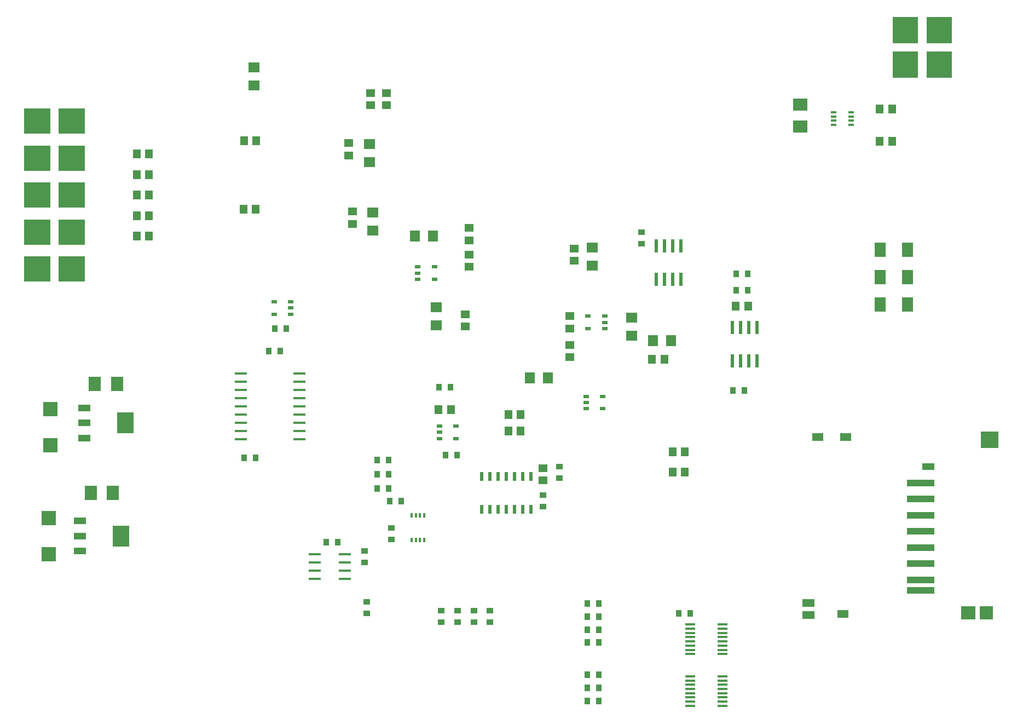
<source format=gbr>
%FSLAX23Y23*%
%MOIN*%
G04 EasyPC Gerber Version 14.0.2 Build 2922 *
%ADD11R,0.01214X0.03163*%
%ADD18R,0.02000X0.08300*%
%ADD25R,0.02002X0.05584*%
%ADD12R,0.03540X0.03930*%
%ADD15R,0.04700X0.05600*%
%ADD70R,0.05900X0.06690*%
%ADD71R,0.06588X0.08852*%
%ADD23R,0.07600X0.09100*%
%ADD22R,0.10131X0.12789*%
%ADD20R,0.15742X0.15939*%
%ADD24R,0.09100X0.09100*%
%ADD28R,0.06450X0.01332*%
%ADD26R,0.03498X0.01411*%
%ADD10R,0.07400X0.01800*%
%ADD13R,0.03498X0.02317*%
%ADD16R,0.03930X0.03540*%
%ADD21R,0.07769X0.03891*%
%ADD72R,0.07474X0.04324*%
%ADD29R,0.16529X0.04324*%
%ADD17R,0.05600X0.04700*%
%ADD75R,0.07080X0.04718*%
%ADD76R,0.07277X0.05112*%
%ADD19R,0.06690X0.05900*%
%ADD27R,0.09100X0.07600*%
%ADD77R,0.08261X0.07868*%
%ADD73R,0.09049X0.07868*%
%ADD74R,0.11017X0.09836*%
%ADD14R,0.15939X0.15742*%
X0Y0D02*
D02*
D10*
X1577Y1824D03*
Y1874D03*
Y1924D03*
Y1974D03*
Y2024D03*
Y2074D03*
Y2124D03*
Y2174D03*
Y2224D03*
X1933Y1824D03*
Y1874D03*
Y1924D03*
Y1974D03*
Y2024D03*
Y2074D03*
Y2124D03*
Y2174D03*
Y2224D03*
X2025Y974D03*
Y1024D03*
Y1074D03*
Y1124D03*
X2211Y974D03*
Y1024D03*
Y1074D03*
Y1124D03*
D02*
D11*
X2617Y1210D03*
Y1362D03*
X2642Y1210D03*
Y1362D03*
X2668Y1210D03*
Y1362D03*
X2694Y1210D03*
Y1362D03*
D02*
D12*
X1595Y1711D03*
X1665D03*
X1745Y2361D03*
X1783Y2499D03*
X1815Y2361D03*
X1853Y2499D03*
X2095Y1199D03*
X2165D03*
X2408Y1524D03*
Y1611D03*
Y1699D03*
X2478Y1524D03*
Y1611D03*
Y1699D03*
X2483Y1449D03*
X2553D03*
X2782Y2142D03*
X2822Y1729D03*
X2852Y2142D03*
X2892Y1729D03*
X3688Y233D03*
Y312D03*
Y390D03*
Y587D03*
Y666D03*
Y745D03*
Y824D03*
X3758Y233D03*
Y312D03*
Y390D03*
Y587D03*
Y666D03*
Y745D03*
Y824D03*
X4243Y765D03*
X4313D03*
X4574Y2123D03*
X4593Y2733D03*
Y2831D03*
X4644Y2123D03*
X4663Y2733D03*
Y2831D03*
D02*
D13*
X1779Y2586D03*
Y2661D03*
X1881Y2586D03*
Y2624D03*
Y2661D03*
X2654Y2799D03*
Y2836D03*
Y2874D03*
X2756Y2799D03*
Y2874D03*
X2786Y1829D03*
Y1867D03*
Y1904D03*
X2888Y1829D03*
Y1904D03*
X3679Y2011D03*
Y2049D03*
Y2086D03*
X3691Y2499D03*
Y2574D03*
X3781Y2011D03*
Y2086D03*
X3793Y2499D03*
Y2536D03*
Y2574D03*
D02*
D14*
X338Y2861D03*
Y3086D03*
Y3311D03*
Y3536D03*
Y3761D03*
X547Y2861D03*
Y3086D03*
Y3311D03*
Y3536D03*
Y3761D03*
D02*
D15*
X943Y3061D03*
Y3186D03*
Y3311D03*
Y3436D03*
Y3561D03*
X1018Y3061D03*
Y3186D03*
Y3311D03*
Y3436D03*
Y3561D03*
X1593Y3224D03*
X1596Y3640D03*
X1668Y3224D03*
X1671Y3640D03*
X2780Y2005D03*
X2855D03*
X3205Y1874D03*
Y1974D03*
X3280Y1874D03*
Y1974D03*
X4080Y2311D03*
X4155D03*
X4205Y1624D03*
Y1749D03*
X4280Y1624D03*
Y1749D03*
X4591Y2635D03*
X4666D03*
X5467Y3639D03*
Y3835D03*
X5542Y3639D03*
Y3835D03*
D02*
D16*
X2330Y1076D03*
Y1146D03*
X2343Y764D03*
Y834D03*
X2493Y1214D03*
Y1284D03*
X2798Y710D03*
Y780D03*
X2896Y710D03*
Y780D03*
X2995Y710D03*
Y780D03*
X3093Y710D03*
Y780D03*
X3418Y1414D03*
Y1484D03*
X3518Y1589D03*
Y1659D03*
X4018Y3014D03*
Y3084D03*
D02*
D17*
X2234Y3553D03*
Y3628D03*
X2255Y3136D03*
Y3211D03*
X2365Y3857D03*
Y3932D03*
X2463Y3857D03*
Y3932D03*
X2943Y2511D03*
Y2586D03*
X2968Y2874D03*
Y2949D03*
Y3036D03*
Y3111D03*
X3418Y1574D03*
Y1649D03*
X3580Y2324D03*
Y2399D03*
Y2499D03*
Y2574D03*
X3605Y2911D03*
Y2986D03*
D02*
D18*
X4105Y2799D03*
Y3003D03*
X4155Y2799D03*
Y3003D03*
X4205Y2799D03*
Y3003D03*
X4255Y2799D03*
Y3003D03*
X4569Y2300D03*
Y2505D03*
X4619Y2300D03*
Y2505D03*
X4669Y2300D03*
Y2505D03*
X4719Y2300D03*
Y2505D03*
D02*
D19*
X1656Y3977D03*
Y4087D03*
X2359Y3510D03*
Y3620D03*
X2380Y3094D03*
Y3204D03*
X2768Y2519D03*
Y2629D03*
X3718Y2881D03*
Y2991D03*
X3955Y2456D03*
Y2566D03*
D02*
D70*
X2638Y3061D03*
X2748D03*
X3338Y2199D03*
X3448D03*
X4088Y2424D03*
X4198D03*
D02*
D71*
X5471Y2644D03*
Y2812D03*
Y2979D03*
X5637Y2644D03*
Y2812D03*
Y2979D03*
D02*
D20*
X5623Y4105D03*
Y4314D03*
X5829Y4105D03*
Y4314D03*
D02*
D21*
X598Y1146D03*
Y1236D03*
Y1327D03*
X623Y1833D03*
Y1924D03*
Y2014D03*
D02*
D22*
X848Y1236D03*
X873Y1924D03*
D02*
D23*
X663Y1499D03*
X688Y2161D03*
X797Y1499D03*
X822Y2161D03*
D02*
D24*
X405Y1126D03*
Y1346D03*
X418Y1789D03*
Y2009D03*
D02*
D25*
X3043Y1399D03*
Y1599D03*
X3093Y1399D03*
Y1599D03*
X3143Y1399D03*
Y1599D03*
X3193Y1399D03*
Y1599D03*
X3243Y1399D03*
Y1599D03*
X3293Y1399D03*
Y1599D03*
X3343Y1399D03*
Y1599D03*
D02*
D26*
X5185Y3738D03*
Y3764D03*
Y3789D03*
Y3815D03*
X5292Y3738D03*
Y3764D03*
Y3789D03*
Y3815D03*
D02*
D27*
X4983Y3729D03*
Y3863D03*
D02*
D28*
X4314Y203D03*
Y228D03*
Y254D03*
Y279D03*
Y305D03*
Y330D03*
Y356D03*
Y382D03*
Y517D03*
Y543D03*
Y569D03*
Y594D03*
Y620D03*
Y645D03*
Y671D03*
Y697D03*
X4510Y203D03*
Y228D03*
Y254D03*
Y279D03*
Y305D03*
Y330D03*
Y356D03*
Y382D03*
Y517D03*
Y543D03*
Y569D03*
Y594D03*
Y620D03*
Y645D03*
Y671D03*
Y697D03*
D02*
D29*
X5718Y904D03*
Y968D03*
Y1067D03*
Y1165D03*
Y1264D03*
Y1362D03*
Y1460D03*
Y1559D03*
D02*
D72*
X5763Y1657D03*
D02*
D73*
X6006Y767D03*
D02*
D74*
X6138Y1823D03*
D02*
D75*
X5089Y1838D03*
X5243Y760D03*
X5260Y1838D03*
D02*
D76*
X5034Y756D03*
Y827D03*
D02*
D77*
X6115Y767D03*
X0Y0D02*
M02*

</source>
